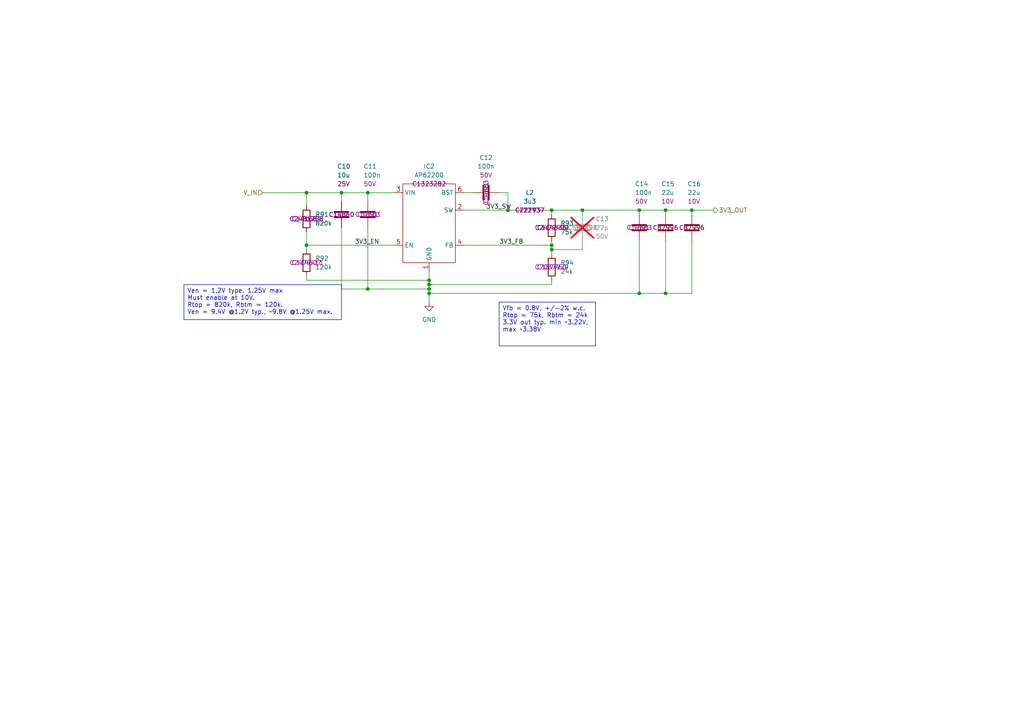
<source format=kicad_sch>
(kicad_sch (version 20250114) (generator "eeschema") (generator_version "9.0")
  (paper "A4")
  (title_block (title "Main architecture") (date "2025-08-10") (rev "1.4") (company "Alex Miller & Martin Roger") (comment 1 "https://github.com/martinroger/VXDash") (comment 2 "https://cadlab.io/projects/vxdash"))
  (lib_symbols
    (symbol "VXDash_passives:Cap_MLCC" (pin_numbers (hide yes)) (pin_names (offset 0.254))
      (property "Reference" "C" (at 2.54 2.54 0))
      (property "Value" "Cap_MLCC" (at 2.54 0 0))
      (property "Voltage" "50V" (at 2.54 -2.54 0))
      (symbol "Cap_MLCC_0_1"
        (polyline (pts (xy -2.032 0.762) (xy 2.032 0.762)) (stroke (width 0.508)))
        (polyline (pts (xy -2.032 -0.762) (xy 2.032 -0.762)) (stroke (width 0.508)))
      )
      (symbol "Cap_MLCC_1_1"
        (pin passive line (at 0 3.81 270) (length 2.794) (name "~") (number "1"))
        (pin passive line (at 0 -3.81 90) (length 2.794) (name "~") (number "2"))
      )
    )
    (symbol "VXDash_passives:Ind" (pin_numbers (hide yes)) (pin_names (offset 1.016) (hide yes))
      (property "Reference" "L" (at -2.54 5.08 0))
      (property "Value" "Ind" (at -2.54 2.54 0))
      (symbol "Ind_0_1"
        (arc (start -2.54 0) (mid -1.905 0.6323) (end -1.27 0))
        (arc (start -1.27 0) (mid -0.635 0.6323) (end 0 0))
        (arc (start 0 0) (mid 0.635 0.6323) (end 1.27 0))
        (arc (start 1.27 0) (mid 1.905 0.6323) (end 2.54 0))
      )
      (symbol "Ind_1_1"
        (pin passive line (at -3.81 0 0) (length 1.27) (name "1") (number "1"))
        (pin passive line (at 3.81 0 180) (length 1.27) (name "2") (number "2"))
      )
    )
    (symbol "VXDash_passives:Res" (pin_numbers (hide yes)) (pin_names (offset 0))
      (property "Reference" "R" (at 1.27 1.27 0))
      (property "Value" "Res" (at 1.27 -1.27 0))
      (symbol "Res_0_1"
        (rectangle (start -1.016 -2.54) (end 1.016 2.54) (stroke (width 0.254)))
      )
      (symbol "Res_1_1"
        (pin passive line (at 0 3.81 270) (length 1.27) (name "~") (number "1"))
        (pin passive line (at 0 -3.81 90) (length 1.27) (name "~") (number "2"))
      )
    )
    (symbol "VXDash_regulators:AP62200"
      (property "Reference" "IC" (at 0 3.81 0))
      (property "Value" "AP62200" (at 0 1.27 0))
      (symbol "AP62200_0_0"
        (pin power_in line (at -10.16 -2.54 0) (length 2.54) (name "VIN") (number "3"))
        (pin input line (at -10.16 -17.78 0) (length 2.54) (name "EN") (number "5"))
        (pin power_in line (at 0 -25.4 90) (length 2.54) (name "GND") (number "1"))
        (pin input line (at 10.16 -2.54 180) (length 2.54) (name "BST") (number "6"))
        (pin output line (at 10.16 -7.62 180) (length 2.54) (name "SW") (number "2"))
        (pin input line (at 10.16 -17.78 180) (length 2.54) (name "FB") (number "4"))
      )
      (symbol "AP62200_0_1"
        (rectangle (start -7.62 0) (end 7.62 -22.86))
      )
    )
    (symbol "power:GND" (power) (pin_numbers (hide yes)) (pin_names (offset 0) (hide yes))
      (property "Value" "GND" (at 0 -3.81 0))
      (symbol "GND_0_1"
        (polyline (pts (xy 0 0) (xy 0 -1.27) (xy 1.27 -1.27) (xy 0 -2.54) (xy -1.27 -1.27) (xy 0 -1.27)))
      )
      (symbol "GND_1_1"
        (pin power_in line (at 0 0 270) (length 0) (name "~") (number "1"))
      )
    )
  )
  (text_box "Ven = 1.2V type. 1.25V max\nMust enable at 10V.\nRtop = 820k, Rbtm = 120k.\nVen = 9.4V @1.2V typ., ~9.8V @1.25V max." (at 53.34 82.55 0) (size 45.72 10.16) (margins 0.9525 0.9525 0.9525 0.9525) (effects (font (size 1.27 1.27)) (justify left top)))
  (text_box "Vfb = 0.8V, +/-2% w.c.\nRtop = 75k, Rbtm = 24k\n3.3V out typ. min ~3.22V, max ~3.38V" (at 144.78 87.63 0) (size 27.94 12.7) (margins 0.9525 0.9525 0.9525 0.9525) (effects (font (size 1.27 1.27)) (justify left top)))
  (junction (at 124.46 81.28))
  (junction (at 193.04 60.96))
  (junction (at 185.42 60.96))
  (junction (at 168.91 60.96))
  (junction (at 124.46 82.55))
  (junction (at 124.46 85.09))
  (junction (at 160.02 71.12))
  (junction (at 106.68 83.82))
  (junction (at 160.02 72.39))
  (junction (at 160.02 60.96))
  (junction (at 99.06 55.88))
  (junction (at 200.66 60.96))
  (junction (at 185.42 85.09))
  (junction (at 106.68 55.88))
  (junction (at 147.32 60.96))
  (junction (at 193.04 85.09))
  (junction (at 88.9 55.88))
  (junction (at 88.9 71.12))
  (junction (at 124.46 83.82))
  (wire (pts (xy 124.46 83.82) (xy 124.46 85.09)))
  (wire (pts (xy 88.9 80.01) (xy 88.9 81.28)))
  (wire (pts (xy 160.02 71.12) (xy 160.02 72.39)))
  (wire (pts (xy 168.91 62.23) (xy 168.91 60.96)))
  (wire (pts (xy 99.06 66.04) (xy 99.06 83.82)))
  (wire (pts (xy 185.42 85.09) (xy 124.46 85.09)))
  (wire (pts (xy 160.02 72.39) (xy 160.02 73.66)))
  (wire (pts (xy 185.42 60.96) (xy 185.42 62.23)))
  (wire (pts (xy 124.46 78.74) (xy 124.46 81.28)))
  (wire (pts (xy 160.02 82.55) (xy 124.46 82.55)))
  (wire (pts (xy 106.68 83.82) (xy 124.46 83.82)))
  (wire (pts (xy 193.04 85.09) (xy 185.42 85.09)))
  (wire (pts (xy 99.06 83.82) (xy 106.68 83.82)))
  (wire (pts (xy 160.02 60.96) (xy 168.91 60.96)))
  (wire (pts (xy 160.02 60.96) (xy 160.02 62.23)))
  (wire (pts (xy 147.32 55.88) (xy 144.78 55.88)))
  (wire (pts (xy 160.02 71.12) (xy 134.62 71.12)))
  (wire (pts (xy 168.91 60.96) (xy 185.42 60.96)))
  (wire (pts (xy 88.9 55.88) (xy 88.9 59.69)))
  (wire (pts (xy 147.32 60.96) (xy 149.86 60.96)))
  (wire (pts (xy 106.68 55.88) (xy 106.68 58.42)))
  (wire (pts (xy 88.9 71.12) (xy 88.9 72.39)))
  (wire (pts (xy 160.02 69.85) (xy 160.02 71.12)))
  (wire (pts (xy 185.42 69.85) (xy 185.42 85.09)))
  (wire (pts (xy 88.9 55.88) (xy 99.06 55.88)))
  (wire (pts (xy 200.66 69.85) (xy 200.66 85.09)))
  (wire (pts (xy 76.2 55.88) (xy 88.9 55.88)))
  (wire (pts (xy 88.9 71.12) (xy 114.3 71.12)))
  (wire (pts (xy 185.42 60.96) (xy 193.04 60.96)))
  (wire (pts (xy 168.91 72.39) (xy 168.91 69.85)))
  (wire (pts (xy 124.46 81.28) (xy 124.46 82.55)))
  (wire (pts (xy 193.04 69.85) (xy 193.04 85.09)))
  (wire (pts (xy 200.66 60.96) (xy 200.66 62.23)))
  (wire (pts (xy 124.46 82.55) (xy 124.46 83.82)))
  (wire (pts (xy 200.66 60.96) (xy 207.01 60.96)))
  (wire (pts (xy 160.02 72.39) (xy 168.91 72.39)))
  (wire (pts (xy 193.04 60.96) (xy 200.66 60.96)))
  (wire (pts (xy 88.9 67.31) (xy 88.9 71.12)))
  (wire (pts (xy 106.68 66.04) (xy 106.68 83.82)))
  (wire (pts (xy 147.32 60.96) (xy 147.32 55.88)))
  (wire (pts (xy 99.06 55.88) (xy 106.68 55.88)))
  (wire (pts (xy 99.06 55.88) (xy 99.06 58.42)))
  (wire (pts (xy 106.68 55.88) (xy 114.3 55.88)))
  (wire (pts (xy 134.62 60.96) (xy 147.32 60.96)))
  (wire (pts (xy 157.48 60.96) (xy 160.02 60.96)))
  (wire (pts (xy 200.66 85.09) (xy 193.04 85.09)))
  (wire (pts (xy 124.46 85.09) (xy 124.46 87.63)))
  (wire (pts (xy 160.02 81.28) (xy 160.02 82.55)))
  (wire (pts (xy 193.04 60.96) (xy 193.04 62.23)))
  (wire (pts (xy 88.9 81.28) (xy 124.46 81.28)))
  (wire (pts (xy 134.62 55.88) (xy 137.16 55.88)))
  (label "3V3_EN" (at 102.87 71.12 0))
  (label "3V3_SW" (at 140.97 60.96 0))
  (label "3V3_FB" (at 144.78 71.12 0))
  (hierarchical_label "3V3_OUT" (shape output) (at 207.01 60.96 0))
  (hierarchical_label "V_IN" (shape input) (at 76.2 55.88 180))
  (symbol (lib_id "power:GND") (at 124.46 87.63 0) (unit 1)
    (property "Reference" "#PWR050" (effects (hide yes)))
    (property "Value" "GND" (at 124.46 92.71 0))
    (property "Description" "Power symbol creates a global label with name \"GND\" , ground" (effects (hide yes)))
  )
  (symbol (lib_id "VXDash_regulators:AP62200") (at 124.46 53.34 0) (unit 1)
    (property "Reference" "IC2" (at 124.46 48.26 0))
    (property "Value" "AP62200" (at 124.46 50.8 0))
    (property "Footprint" "Package_TO_SOT_SMD:TSOT-23-6_HandSoldering" (effects (hide yes)))
    (property "Datasheet" "https://www.diodes.com/assets/Datasheets/AP62200_AP62201_AP62200T.pdf" (effects (hide yes)))
    (property "Description" "4.2V to 18V input, 2A low Iq Sync" (effects (hide yes)))
    (property "MFT" "Diodes Inc" (effects (hide yes)))
    (property "MFT_PN" "AP62200WU-7" (effects (hide yes)))
    (property "LCSC" "C1323282" (at 124.46 53.34 0))
    (property "LCSC alt" "C1323282" (at 124.46 53.34 0))
  )
  (symbol (lib_id "VXDash_passives:Cap_MLCC") (at 168.91 66.04 0) (unit 1) (dnp yes)
    (property "Reference" "C13" (at 172.72 63.4999 0) (effects (justify left)))
    (property "Value" "22p" (at 172.72 66.0399 0) (effects (justify left)))
    (property "Footprint" "Capacitor_SMD:C_0603_1608Metric_Pad1.08x0.95mm_HandSolder" (effects (hide yes)))
    (property "Description" "CAP CER 22PF 50V X7R 0603" (effects (hide yes)))
    (property "Voltage" "50V" (at 172.72 68.5799 0) (effects (justify left)))
    (property "Tol" "10%" (effects (hide yes)))
    (property "Dielectric" "C0G/NP0" (effects (hide yes)))
    (property "MFT" "Kyocera AVX" (effects (hide yes)))
    (property "MFT_PN" "06035C220JAT2A" (effects (hide yes)))
    (property "LCSC" "C597198" (at 168.91 66.04 0))
    (property "LCSC alt" "C561821" (at 168.91 66.04 0))
  )
  (symbol (lib_id "VXDash_passives:Res") (at 160.02 77.47 0) (unit 1)
    (property "Reference" "R94" (at 162.56 76.1999 0) (effects (justify left)))
    (property "Value" "24k" (at 162.56 78.7399 0) (effects (justify left)))
    (property "Footprint" "Resistor_SMD:R_0603_1608Metric_Pad0.98x0.95mm_HandSolder" (effects (hide yes)))
    (property "Description" "RES 24K OHM 1% 1/10W 0603" (effects (hide yes)))
    (property "Tol" "1%" (effects (hide yes)))
    (property "Power" "100mW" (effects (hide yes)))
    (property "MFT" "Yageo" (effects (hide yes)))
    (property "MFT_PN" "RC0603FR-1324KL" (effects (hide yes)))
    (property "LCSC" "C7037979" (at 160.02 77.47 0))
    (property "LCSC alt" "C137760" (at 160.02 77.47 0))
  )
  (symbol (lib_id "VXDash_passives:Cap_MLCC") (at 99.06 62.23 0) (mirror x) (unit 1)
    (property "Reference" "C10" (at 97.79 48.26 0) (effects (justify left)))
    (property "Value" "10u" (at 97.79 50.8 0) (effects (justify left)))
    (property "Footprint" "Capacitor_SMD:C_1206_3216Metric_Pad1.33x1.80mm_HandSolder" (effects (hide yes)))
    (property "Description" "CAP CER 10UF 25V X7R 1206" (effects (hide yes)))
    (property "MFT" "Samsung Electro-Mechanics" (effects (hide yes)))
    (property "MFT_PN" "CL31B106KAHNNNE" (effects (hide yes)))
    (property "Dielectric" "X7R" (effects (hide yes)))
    (property "Tol" "10%" (effects (hide yes)))
    (property "Voltage" "25V" (at 97.79 53.34 0) (effects (justify left)))
    (property "LCSC" "C14860" (at 99.06 62.23 0))
    (property "LCSC alt" "C14860" (at 99.06 62.23 0))
  )
  (symbol (lib_id "VXDash_passives:Res") (at 160.02 66.04 0) (unit 1)
    (property "Reference" "R93" (at 162.56 64.7699 0) (effects (justify left)))
    (property "Value" "75k" (at 162.56 67.3099 0) (effects (justify left)))
    (property "Footprint" "Resistor_SMD:R_0603_1608Metric_Pad0.98x0.95mm_HandSolder" (effects (hide yes)))
    (property "Description" "RES 75K OHM 1% 1/10W 0603" (effects (hide yes)))
    (property "Tol" "1%" (effects (hide yes)))
    (property "Power" "100mW" (effects (hide yes)))
    (property "MFT" "StackPole Electronics" (effects (hide yes)))
    (property "MFT_PN" "RMCF0603FT75K0" (effects (hide yes)))
    (property "LCSC" "C2479409" (at 160.02 66.04 0))
    (property "LCSC alt" "C114636" (at 160.02 66.04 0))
  )
  (symbol (lib_id "VXDash_passives:Res") (at 88.9 63.5 0) (unit 1)
    (property "Reference" "R91" (at 91.44 62.2299 0) (effects (justify left)))
    (property "Value" "820k" (at 91.44 64.7699 0) (effects (justify left)))
    (property "Footprint" "Resistor_SMD:R_0603_1608Metric_Pad0.98x0.95mm_HandSolder" (effects (hide yes)))
    (property "Description" "RES 820K OHM 1% 1/10W 0603" (effects (hide yes)))
    (property "Tol" "1%" (effects (hide yes)))
    (property "Power" "100mW" (effects (hide yes)))
    (property "MFT" "StackPole Electronics" (effects (hide yes)))
    (property "MFT_PN" "RMCF0603FT820K" (effects (hide yes)))
    (property "LCSC" "C2481758" (at 88.9 63.5 0))
    (property "LCSC alt" "C141684" (at 88.9 63.5 0))
  )
  (symbol (lib_id "VXDash_passives:Cap_MLCC") (at 200.66 66.04 0) (unit 1)
    (property "Reference" "C16" (at 199.39 53.34 0) (effects (justify left)))
    (property "Value" "22u" (at 199.39 55.88 0) (effects (justify left)))
    (property "Footprint" "Capacitor_SMD:C_1206_3216Metric_Pad1.33x1.80mm_HandSolder" (effects (hide yes)))
    (property "Description" "CAP CER 22UF 10V X7R 1206" (effects (hide yes)))
    (property "Voltage" "10V" (at 199.39 58.42 0) (effects (justify left)))
    (property "Tol" "20%" (effects (hide yes)))
    (property "Dielectric" "X7R" (effects (hide yes)))
    (property "MFT" "Samsung Electro-Mechanics" (effects (hide yes)))
    (property "MFT_PN" "CL31B226KPHNNNE" (effects (hide yes)))
    (property "LCSC" "C87996" (at 200.66 66.04 0))
    (property "LCSC alt" "C87996" (at 200.66 66.04 0))
  )
  (symbol (lib_id "VXDash_passives:Cap_MLCC") (at 193.04 66.04 0) (unit 1)
    (property "Reference" "C15" (at 191.77 53.34 0) (effects (justify left)))
    (property "Value" "22u" (at 191.77 55.88 0) (effects (justify left)))
    (property "Footprint" "Capacitor_SMD:C_1206_3216Metric_Pad1.33x1.80mm_HandSolder" (effects (hide yes)))
    (property "Description" "CAP CER 22UF 10V X7R 1206" (effects (hide yes)))
    (property "Voltage" "10V" (at 191.77 58.42 0) (effects (justify left)))
    (property "Tol" "20%" (effects (hide yes)))
    (property "Dielectric" "X7R" (effects (hide yes)))
    (property "MFT" "Samsung Electro-Mechanics" (effects (hide yes)))
    (property "MFT_PN" "CL31B226KPHNNNE" (effects (hide yes)))
    (property "LCSC" "C87996" (at 193.04 66.04 0))
    (property "LCSC alt" "C87996" (at 193.04 66.04 0))
  )
  (symbol (lib_id "VXDash_passives:Ind") (at 153.67 60.96 0) (unit 1)
    (property "Reference" "L2" (at 153.67 55.88 0))
    (property "Value" "3u3" (at 153.67 58.42 0))
    (property "Footprint" "Inductor_SMD:L_Taiyo-Yuden_NR-50xx_HandSoldering" (effects (hide yes)))
    (property "Datasheet" "https://www.mouser.co.uk/datasheet/2/396/wound04_e-1290968.pdf" (effects (hide yes)))
    (property "Description" "FIXED IND 3.3UH 3A 30 MOHM SMD" (effects (hide yes)))
    (property "MFT" "Taiyo Yuden" (effects (hide yes)))
    (property "MFT_PN" "NRS5030T3R3MMGJ" (effects (hide yes)))
    (property "Irated" "3A" (effects (hide yes)))
    (property "Isat" "3.6A" (effects (hide yes)))
    (property "DCR" "30mOhm" (effects (hide yes)))
    (property "Tol" "20%" (effects (hide yes)))
    (property "LCSC" "C222937" (at 153.67 60.96 0))
    (property "LCSC alt" "C222937" (at 153.67 60.96 0))
  )
  (symbol (lib_id "VXDash_passives:Res") (at 88.9 76.2 0) (unit 1)
    (property "Reference" "R92" (at 91.44 74.9299 0) (effects (justify left)))
    (property "Value" "120k" (at 91.44 77.4699 0) (effects (justify left)))
    (property "Footprint" "Resistor_SMD:R_0603_1608Metric_Pad0.98x0.95mm_HandSolder" (effects (hide yes)))
    (property "Description" "RES 120K OHM 1% 1/10W 0603" (effects (hide yes)))
    (property "Tol" "1%" (effects (hide yes)))
    (property "Power" "100mW" (effects (hide yes)))
    (property "MFT" "StackPole Electronics" (effects (hide yes)))
    (property "MFT_PN" "RMCF0603FT120K" (effects (hide yes)))
    (property "LCSC" "C2479411" (at 88.9 76.2 0))
    (property "LCSC alt" "C114607" (at 88.9 76.2 0))
  )
  (symbol (lib_id "VXDash_passives:Cap_MLCC") (at 106.68 62.23 0) (mirror x) (unit 1)
    (property "Reference" "C11" (at 105.41 48.26 0) (effects (justify left)))
    (property "Value" "100n" (at 105.41 50.8 0) (effects (justify left)))
    (property "Footprint" "Capacitor_SMD:C_0603_1608Metric_Pad1.08x0.95mm_HandSolder" (effects (hide yes)))
    (property "Description" "CAP CER 0.1UF 50V X7R 0603" (effects (hide yes)))
    (property "MFT" "Samsung Electro-Mechanics" (effects (hide yes)))
    (property "MFT_PN" "CL10B104KB8NNNC" (effects (hide yes)))
    (property "Dielectric" "X7R" (effects (hide yes)))
    (property "Tol" "10%" (effects (hide yes)))
    (property "Voltage" "50V" (at 105.41 53.34 0) (effects (justify left)))
    (property "LCSC" "C1591" (at 106.68 62.23 0))
    (property "LCSC alt" "C14663" (at 106.68 62.23 0))
  )
  (symbol (lib_id "VXDash_passives:Cap_MLCC") (at 140.97 55.88 270) (mirror x) (unit 1)
    (property "Reference" "C12" (at 140.97 45.72 90))
    (property "Value" "100n" (at 140.97 48.26 90))
    (property "Footprint" "Capacitor_SMD:C_0603_1608Metric_Pad1.08x0.95mm_HandSolder" (effects (hide yes)))
    (property "Description" "CAP CER 0.1UF 50V X7R 0603" (effects (hide yes)))
    (property "MFT" "Samsung Electro-Mechanics" (effects (hide yes)))
    (property "MFT_PN" "CL10B104KB8NNNC" (effects (hide yes)))
    (property "Dielectric" "X7R" (effects (hide yes)))
    (property "Tol" "10%" (effects (hide yes)))
    (property "Voltage" "50V" (at 140.97 50.8 90))
    (property "LCSC" "C1591" (at 140.97 55.88 0))
    (property "LCSC alt" "C14663" (at 140.97 55.88 0))
  )
  (symbol (lib_id "VXDash_passives:Cap_MLCC") (at 185.42 66.04 0) (mirror x) (unit 1)
    (property "Reference" "C14" (at 184.15 53.34 0) (effects (justify left)))
    (property "Value" "100n" (at 184.15 55.88 0) (effects (justify left)))
    (property "Footprint" "Capacitor_SMD:C_0603_1608Metric_Pad1.08x0.95mm_HandSolder" (effects (hide yes)))
    (property "Description" "CAP CER 0.1UF 50V X7R 0603" (effects (hide yes)))
    (property "MFT" "Samsung Electro-Mechanics" (effects (hide yes)))
    (property "MFT_PN" "CL10B104KB8NNNC" (effects (hide yes)))
    (property "Dielectric" "X7R" (effects (hide yes)))
    (property "Tol" "10%" (effects (hide yes)))
    (property "Voltage" "50V" (at 184.15 58.42 0) (effects (justify left)))
    (property "LCSC" "C1591" (at 185.42 66.04 0))
    (property "LCSC alt" "C14663" (at 185.42 66.04 0))
  )
)
</source>
